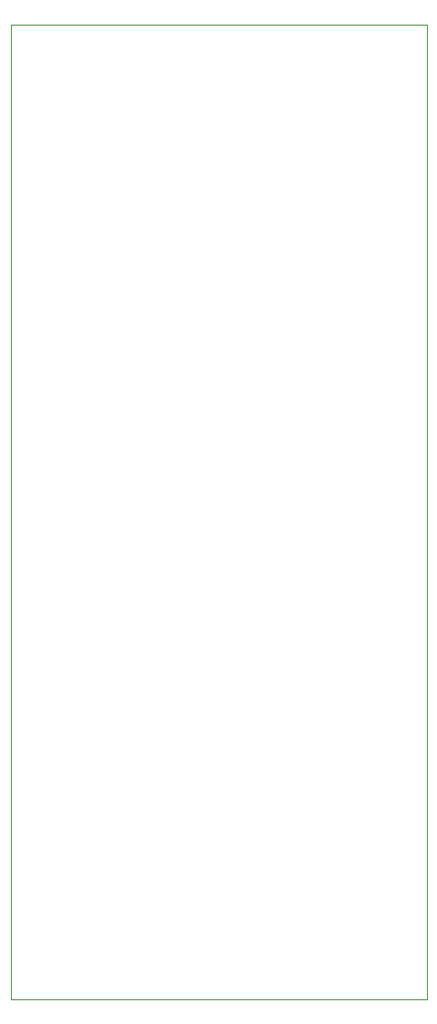
<source format=gbr>
%TF.GenerationSoftware,KiCad,Pcbnew,5.1.6-c6e7f7d~86~ubuntu19.10.1*%
%TF.CreationDate,2020-05-21T12:21:41+02:00*%
%TF.ProjectId,BioElectricalSensor,42696f45-6c65-4637-9472-6963616c5365,rev?*%
%TF.SameCoordinates,Original*%
%TF.FileFunction,Profile,NP*%
%FSLAX46Y46*%
G04 Gerber Fmt 4.6, Leading zero omitted, Abs format (unit mm)*
G04 Created by KiCad (PCBNEW 5.1.6-c6e7f7d~86~ubuntu19.10.1) date 2020-05-21 12:21:41*
%MOMM*%
%LPD*%
G01*
G04 APERTURE LIST*
%TA.AperFunction,Profile*%
%ADD10C,0.050000*%
%TD*%
G04 APERTURE END LIST*
D10*
X19812000Y-110617000D02*
X19812000Y-20320000D01*
X58420000Y-110617000D02*
X19812000Y-110617000D01*
X58420000Y-20320000D02*
X58420000Y-110617000D01*
X19812000Y-20320000D02*
X58420000Y-20320000D01*
M02*

</source>
